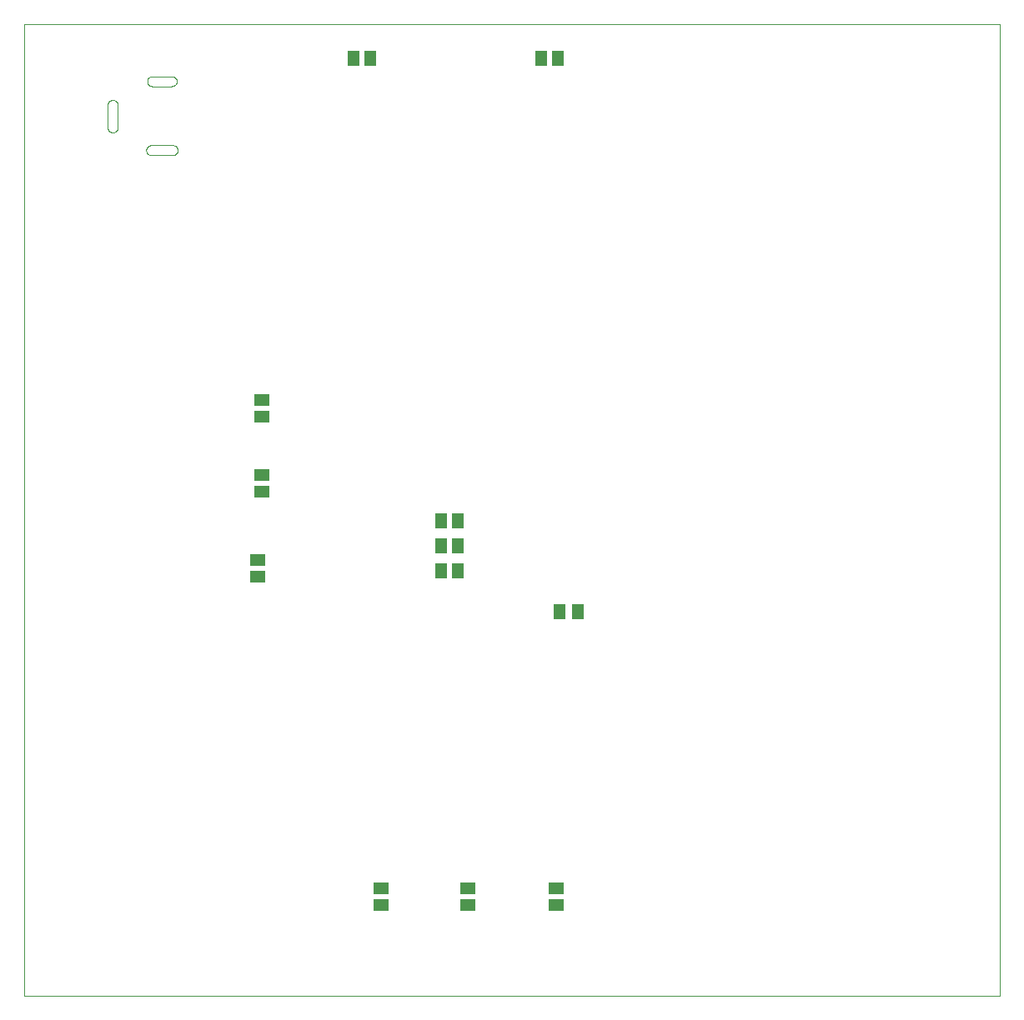
<source format=gbp>
G04 EAGLE Gerber X2 export*
%TF.Part,Single*%
%TF.FileFunction,Other,Solder paste bottom*%
%TF.FilePolarity,Positive*%
%TF.GenerationSoftware,Autodesk,EAGLE,9.2.1*%
%TF.CreationDate,2019-04-01T06:43:25Z*%
G75*
%MOMM*%
%FSLAX34Y34*%
%LPD*%
%INSolder paste bottom*%
%IPPOS*%
%AMOC8*
5,1,8,0,0,1.08239X$1,22.5*%
G01*
%ADD10C,0.000000*%
%ADD11R,1.500000X1.300000*%
%ADD12R,1.300000X1.500000*%


D10*
X0Y12700D02*
X990400Y12700D01*
X990400Y1000000D01*
X0Y1000000D01*
X0Y12700D01*
D11*
X241300Y601100D03*
X241300Y618100D03*
X241300Y524900D03*
X241300Y541900D03*
D12*
X440300Y444500D03*
X423300Y444500D03*
X440300Y469900D03*
X423300Y469900D03*
X440300Y495300D03*
X423300Y495300D03*
X524900Y965200D03*
X541900Y965200D03*
X334400Y965200D03*
X351400Y965200D03*
D11*
X361823Y121911D03*
X361823Y104911D03*
X450596Y121784D03*
X450596Y104784D03*
X539750Y121784D03*
X539750Y104784D03*
X236728Y438794D03*
X236728Y455794D03*
D10*
X149700Y936700D02*
X149840Y936702D01*
X149980Y936708D01*
X150120Y936718D01*
X150260Y936731D01*
X150399Y936749D01*
X150538Y936771D01*
X150675Y936796D01*
X150813Y936825D01*
X150949Y936858D01*
X151084Y936895D01*
X151218Y936936D01*
X151351Y936981D01*
X151483Y937029D01*
X151613Y937081D01*
X151742Y937136D01*
X151869Y937195D01*
X151995Y937258D01*
X152119Y937324D01*
X152240Y937393D01*
X152360Y937466D01*
X152478Y937543D01*
X152593Y937622D01*
X152707Y937705D01*
X152817Y937791D01*
X152926Y937880D01*
X153032Y937972D01*
X153135Y938067D01*
X153236Y938164D01*
X153333Y938265D01*
X153428Y938368D01*
X153520Y938474D01*
X153609Y938583D01*
X153695Y938693D01*
X153778Y938807D01*
X153857Y938922D01*
X153934Y939040D01*
X154007Y939160D01*
X154076Y939281D01*
X154142Y939405D01*
X154205Y939531D01*
X154264Y939658D01*
X154319Y939787D01*
X154371Y939917D01*
X154419Y940049D01*
X154464Y940182D01*
X154505Y940316D01*
X154542Y940451D01*
X154575Y940587D01*
X154604Y940725D01*
X154629Y940862D01*
X154651Y941001D01*
X154669Y941140D01*
X154682Y941280D01*
X154692Y941420D01*
X154698Y941560D01*
X154700Y941700D01*
X154698Y941840D01*
X154692Y941980D01*
X154682Y942120D01*
X154669Y942260D01*
X154651Y942399D01*
X154629Y942538D01*
X154604Y942675D01*
X154575Y942813D01*
X154542Y942949D01*
X154505Y943084D01*
X154464Y943218D01*
X154419Y943351D01*
X154371Y943483D01*
X154319Y943613D01*
X154264Y943742D01*
X154205Y943869D01*
X154142Y943995D01*
X154076Y944119D01*
X154007Y944240D01*
X153934Y944360D01*
X153857Y944478D01*
X153778Y944593D01*
X153695Y944707D01*
X153609Y944817D01*
X153520Y944926D01*
X153428Y945032D01*
X153333Y945135D01*
X153236Y945236D01*
X153135Y945333D01*
X153032Y945428D01*
X152926Y945520D01*
X152817Y945609D01*
X152707Y945695D01*
X152593Y945778D01*
X152478Y945857D01*
X152360Y945934D01*
X152240Y946007D01*
X152119Y946076D01*
X151995Y946142D01*
X151869Y946205D01*
X151742Y946264D01*
X151613Y946319D01*
X151483Y946371D01*
X151351Y946419D01*
X151218Y946464D01*
X151084Y946505D01*
X150949Y946542D01*
X150813Y946575D01*
X150675Y946604D01*
X150538Y946629D01*
X150399Y946651D01*
X150260Y946669D01*
X150120Y946682D01*
X149980Y946692D01*
X149840Y946698D01*
X149700Y946700D01*
X129700Y946700D02*
X129560Y946698D01*
X129420Y946692D01*
X129280Y946682D01*
X129140Y946669D01*
X129001Y946651D01*
X128862Y946629D01*
X128725Y946604D01*
X128587Y946575D01*
X128451Y946542D01*
X128316Y946505D01*
X128182Y946464D01*
X128049Y946419D01*
X127917Y946371D01*
X127787Y946319D01*
X127658Y946264D01*
X127531Y946205D01*
X127405Y946142D01*
X127281Y946076D01*
X127160Y946007D01*
X127040Y945934D01*
X126922Y945857D01*
X126807Y945778D01*
X126693Y945695D01*
X126583Y945609D01*
X126474Y945520D01*
X126368Y945428D01*
X126265Y945333D01*
X126164Y945236D01*
X126067Y945135D01*
X125972Y945032D01*
X125880Y944926D01*
X125791Y944817D01*
X125705Y944707D01*
X125622Y944593D01*
X125543Y944478D01*
X125466Y944360D01*
X125393Y944240D01*
X125324Y944119D01*
X125258Y943995D01*
X125195Y943869D01*
X125136Y943742D01*
X125081Y943613D01*
X125029Y943483D01*
X124981Y943351D01*
X124936Y943218D01*
X124895Y943084D01*
X124858Y942949D01*
X124825Y942813D01*
X124796Y942675D01*
X124771Y942538D01*
X124749Y942399D01*
X124731Y942260D01*
X124718Y942120D01*
X124708Y941980D01*
X124702Y941840D01*
X124700Y941700D01*
X124702Y941560D01*
X124708Y941420D01*
X124718Y941280D01*
X124731Y941140D01*
X124749Y941001D01*
X124771Y940862D01*
X124796Y940725D01*
X124825Y940587D01*
X124858Y940451D01*
X124895Y940316D01*
X124936Y940182D01*
X124981Y940049D01*
X125029Y939917D01*
X125081Y939787D01*
X125136Y939658D01*
X125195Y939531D01*
X125258Y939405D01*
X125324Y939281D01*
X125393Y939160D01*
X125466Y939040D01*
X125543Y938922D01*
X125622Y938807D01*
X125705Y938693D01*
X125791Y938583D01*
X125880Y938474D01*
X125972Y938368D01*
X126067Y938265D01*
X126164Y938164D01*
X126265Y938067D01*
X126368Y937972D01*
X126474Y937880D01*
X126583Y937791D01*
X126693Y937705D01*
X126807Y937622D01*
X126922Y937543D01*
X127040Y937466D01*
X127160Y937393D01*
X127281Y937324D01*
X127405Y937258D01*
X127531Y937195D01*
X127658Y937136D01*
X127787Y937081D01*
X127917Y937029D01*
X128049Y936981D01*
X128182Y936936D01*
X128316Y936895D01*
X128451Y936858D01*
X128587Y936825D01*
X128725Y936796D01*
X128862Y936771D01*
X129001Y936749D01*
X129140Y936731D01*
X129280Y936718D01*
X129420Y936708D01*
X129560Y936702D01*
X129700Y936700D01*
X149700Y936700D01*
X149700Y946700D02*
X129700Y946700D01*
X94700Y894700D02*
X94698Y894560D01*
X94692Y894420D01*
X94682Y894280D01*
X94669Y894140D01*
X94651Y894001D01*
X94629Y893862D01*
X94604Y893725D01*
X94575Y893587D01*
X94542Y893451D01*
X94505Y893316D01*
X94464Y893182D01*
X94419Y893049D01*
X94371Y892917D01*
X94319Y892787D01*
X94264Y892658D01*
X94205Y892531D01*
X94142Y892405D01*
X94076Y892281D01*
X94007Y892160D01*
X93934Y892040D01*
X93857Y891922D01*
X93778Y891807D01*
X93695Y891693D01*
X93609Y891583D01*
X93520Y891474D01*
X93428Y891368D01*
X93333Y891265D01*
X93236Y891164D01*
X93135Y891067D01*
X93032Y890972D01*
X92926Y890880D01*
X92817Y890791D01*
X92707Y890705D01*
X92593Y890622D01*
X92478Y890543D01*
X92360Y890466D01*
X92240Y890393D01*
X92119Y890324D01*
X91995Y890258D01*
X91869Y890195D01*
X91742Y890136D01*
X91613Y890081D01*
X91483Y890029D01*
X91351Y889981D01*
X91218Y889936D01*
X91084Y889895D01*
X90949Y889858D01*
X90813Y889825D01*
X90675Y889796D01*
X90538Y889771D01*
X90399Y889749D01*
X90260Y889731D01*
X90120Y889718D01*
X89980Y889708D01*
X89840Y889702D01*
X89700Y889700D01*
X89560Y889702D01*
X89420Y889708D01*
X89280Y889718D01*
X89140Y889731D01*
X89001Y889749D01*
X88862Y889771D01*
X88725Y889796D01*
X88587Y889825D01*
X88451Y889858D01*
X88316Y889895D01*
X88182Y889936D01*
X88049Y889981D01*
X87917Y890029D01*
X87787Y890081D01*
X87658Y890136D01*
X87531Y890195D01*
X87405Y890258D01*
X87281Y890324D01*
X87160Y890393D01*
X87040Y890466D01*
X86922Y890543D01*
X86807Y890622D01*
X86693Y890705D01*
X86583Y890791D01*
X86474Y890880D01*
X86368Y890972D01*
X86265Y891067D01*
X86164Y891164D01*
X86067Y891265D01*
X85972Y891368D01*
X85880Y891474D01*
X85791Y891583D01*
X85705Y891693D01*
X85622Y891807D01*
X85543Y891922D01*
X85466Y892040D01*
X85393Y892160D01*
X85324Y892281D01*
X85258Y892405D01*
X85195Y892531D01*
X85136Y892658D01*
X85081Y892787D01*
X85029Y892917D01*
X84981Y893049D01*
X84936Y893182D01*
X84895Y893316D01*
X84858Y893451D01*
X84825Y893587D01*
X84796Y893725D01*
X84771Y893862D01*
X84749Y894001D01*
X84731Y894140D01*
X84718Y894280D01*
X84708Y894420D01*
X84702Y894560D01*
X84700Y894700D01*
X84700Y917700D02*
X84702Y917840D01*
X84708Y917980D01*
X84718Y918120D01*
X84731Y918260D01*
X84749Y918399D01*
X84771Y918538D01*
X84796Y918675D01*
X84825Y918813D01*
X84858Y918949D01*
X84895Y919084D01*
X84936Y919218D01*
X84981Y919351D01*
X85029Y919483D01*
X85081Y919613D01*
X85136Y919742D01*
X85195Y919869D01*
X85258Y919995D01*
X85324Y920119D01*
X85393Y920240D01*
X85466Y920360D01*
X85543Y920478D01*
X85622Y920593D01*
X85705Y920707D01*
X85791Y920817D01*
X85880Y920926D01*
X85972Y921032D01*
X86067Y921135D01*
X86164Y921236D01*
X86265Y921333D01*
X86368Y921428D01*
X86474Y921520D01*
X86583Y921609D01*
X86693Y921695D01*
X86807Y921778D01*
X86922Y921857D01*
X87040Y921934D01*
X87160Y922007D01*
X87281Y922076D01*
X87405Y922142D01*
X87531Y922205D01*
X87658Y922264D01*
X87787Y922319D01*
X87917Y922371D01*
X88049Y922419D01*
X88182Y922464D01*
X88316Y922505D01*
X88451Y922542D01*
X88587Y922575D01*
X88725Y922604D01*
X88862Y922629D01*
X89001Y922651D01*
X89140Y922669D01*
X89280Y922682D01*
X89420Y922692D01*
X89560Y922698D01*
X89700Y922700D01*
X89840Y922698D01*
X89980Y922692D01*
X90120Y922682D01*
X90260Y922669D01*
X90399Y922651D01*
X90538Y922629D01*
X90675Y922604D01*
X90813Y922575D01*
X90949Y922542D01*
X91084Y922505D01*
X91218Y922464D01*
X91351Y922419D01*
X91483Y922371D01*
X91613Y922319D01*
X91742Y922264D01*
X91869Y922205D01*
X91995Y922142D01*
X92119Y922076D01*
X92240Y922007D01*
X92360Y921934D01*
X92478Y921857D01*
X92593Y921778D01*
X92707Y921695D01*
X92817Y921609D01*
X92926Y921520D01*
X93032Y921428D01*
X93135Y921333D01*
X93236Y921236D01*
X93333Y921135D01*
X93428Y921032D01*
X93520Y920926D01*
X93609Y920817D01*
X93695Y920707D01*
X93778Y920593D01*
X93857Y920478D01*
X93934Y920360D01*
X94007Y920240D01*
X94076Y920119D01*
X94142Y919995D01*
X94205Y919869D01*
X94264Y919742D01*
X94319Y919613D01*
X94371Y919483D01*
X94419Y919351D01*
X94464Y919218D01*
X94505Y919084D01*
X94542Y918949D01*
X94575Y918813D01*
X94604Y918675D01*
X94629Y918538D01*
X94651Y918399D01*
X94669Y918260D01*
X94682Y918120D01*
X94692Y917980D01*
X94698Y917840D01*
X94700Y917700D01*
X84700Y917700D02*
X84700Y894700D01*
X94700Y894700D02*
X94700Y917700D01*
X150700Y876700D02*
X150840Y876698D01*
X150980Y876692D01*
X151120Y876682D01*
X151260Y876669D01*
X151399Y876651D01*
X151538Y876629D01*
X151675Y876604D01*
X151813Y876575D01*
X151949Y876542D01*
X152084Y876505D01*
X152218Y876464D01*
X152351Y876419D01*
X152483Y876371D01*
X152613Y876319D01*
X152742Y876264D01*
X152869Y876205D01*
X152995Y876142D01*
X153119Y876076D01*
X153240Y876007D01*
X153360Y875934D01*
X153478Y875857D01*
X153593Y875778D01*
X153707Y875695D01*
X153817Y875609D01*
X153926Y875520D01*
X154032Y875428D01*
X154135Y875333D01*
X154236Y875236D01*
X154333Y875135D01*
X154428Y875032D01*
X154520Y874926D01*
X154609Y874817D01*
X154695Y874707D01*
X154778Y874593D01*
X154857Y874478D01*
X154934Y874360D01*
X155007Y874240D01*
X155076Y874119D01*
X155142Y873995D01*
X155205Y873869D01*
X155264Y873742D01*
X155319Y873613D01*
X155371Y873483D01*
X155419Y873351D01*
X155464Y873218D01*
X155505Y873084D01*
X155542Y872949D01*
X155575Y872813D01*
X155604Y872675D01*
X155629Y872538D01*
X155651Y872399D01*
X155669Y872260D01*
X155682Y872120D01*
X155692Y871980D01*
X155698Y871840D01*
X155700Y871700D01*
X155698Y871560D01*
X155692Y871420D01*
X155682Y871280D01*
X155669Y871140D01*
X155651Y871001D01*
X155629Y870862D01*
X155604Y870725D01*
X155575Y870587D01*
X155542Y870451D01*
X155505Y870316D01*
X155464Y870182D01*
X155419Y870049D01*
X155371Y869917D01*
X155319Y869787D01*
X155264Y869658D01*
X155205Y869531D01*
X155142Y869405D01*
X155076Y869281D01*
X155007Y869160D01*
X154934Y869040D01*
X154857Y868922D01*
X154778Y868807D01*
X154695Y868693D01*
X154609Y868583D01*
X154520Y868474D01*
X154428Y868368D01*
X154333Y868265D01*
X154236Y868164D01*
X154135Y868067D01*
X154032Y867972D01*
X153926Y867880D01*
X153817Y867791D01*
X153707Y867705D01*
X153593Y867622D01*
X153478Y867543D01*
X153360Y867466D01*
X153240Y867393D01*
X153119Y867324D01*
X152995Y867258D01*
X152869Y867195D01*
X152742Y867136D01*
X152613Y867081D01*
X152483Y867029D01*
X152351Y866981D01*
X152218Y866936D01*
X152084Y866895D01*
X151949Y866858D01*
X151813Y866825D01*
X151675Y866796D01*
X151538Y866771D01*
X151399Y866749D01*
X151260Y866731D01*
X151120Y866718D01*
X150980Y866708D01*
X150840Y866702D01*
X150700Y866700D01*
X128700Y866700D02*
X128560Y866702D01*
X128420Y866708D01*
X128280Y866718D01*
X128140Y866731D01*
X128001Y866749D01*
X127862Y866771D01*
X127725Y866796D01*
X127587Y866825D01*
X127451Y866858D01*
X127316Y866895D01*
X127182Y866936D01*
X127049Y866981D01*
X126917Y867029D01*
X126787Y867081D01*
X126658Y867136D01*
X126531Y867195D01*
X126405Y867258D01*
X126281Y867324D01*
X126160Y867393D01*
X126040Y867466D01*
X125922Y867543D01*
X125807Y867622D01*
X125693Y867705D01*
X125583Y867791D01*
X125474Y867880D01*
X125368Y867972D01*
X125265Y868067D01*
X125164Y868164D01*
X125067Y868265D01*
X124972Y868368D01*
X124880Y868474D01*
X124791Y868583D01*
X124705Y868693D01*
X124622Y868807D01*
X124543Y868922D01*
X124466Y869040D01*
X124393Y869160D01*
X124324Y869281D01*
X124258Y869405D01*
X124195Y869531D01*
X124136Y869658D01*
X124081Y869787D01*
X124029Y869917D01*
X123981Y870049D01*
X123936Y870182D01*
X123895Y870316D01*
X123858Y870451D01*
X123825Y870587D01*
X123796Y870725D01*
X123771Y870862D01*
X123749Y871001D01*
X123731Y871140D01*
X123718Y871280D01*
X123708Y871420D01*
X123702Y871560D01*
X123700Y871700D01*
X123702Y871840D01*
X123708Y871980D01*
X123718Y872120D01*
X123731Y872260D01*
X123749Y872399D01*
X123771Y872538D01*
X123796Y872675D01*
X123825Y872813D01*
X123858Y872949D01*
X123895Y873084D01*
X123936Y873218D01*
X123981Y873351D01*
X124029Y873483D01*
X124081Y873613D01*
X124136Y873742D01*
X124195Y873869D01*
X124258Y873995D01*
X124324Y874119D01*
X124393Y874240D01*
X124466Y874360D01*
X124543Y874478D01*
X124622Y874593D01*
X124705Y874707D01*
X124791Y874817D01*
X124880Y874926D01*
X124972Y875032D01*
X125067Y875135D01*
X125164Y875236D01*
X125265Y875333D01*
X125368Y875428D01*
X125474Y875520D01*
X125583Y875609D01*
X125693Y875695D01*
X125807Y875778D01*
X125922Y875857D01*
X126040Y875934D01*
X126160Y876007D01*
X126281Y876076D01*
X126405Y876142D01*
X126531Y876205D01*
X126658Y876264D01*
X126787Y876319D01*
X126917Y876371D01*
X127049Y876419D01*
X127182Y876464D01*
X127316Y876505D01*
X127451Y876542D01*
X127587Y876575D01*
X127725Y876604D01*
X127862Y876629D01*
X128001Y876651D01*
X128140Y876669D01*
X128280Y876682D01*
X128420Y876692D01*
X128560Y876698D01*
X128700Y876700D01*
X150700Y876700D01*
X150700Y866700D02*
X128700Y866700D01*
D12*
X561950Y403225D03*
X542950Y403225D03*
M02*

</source>
